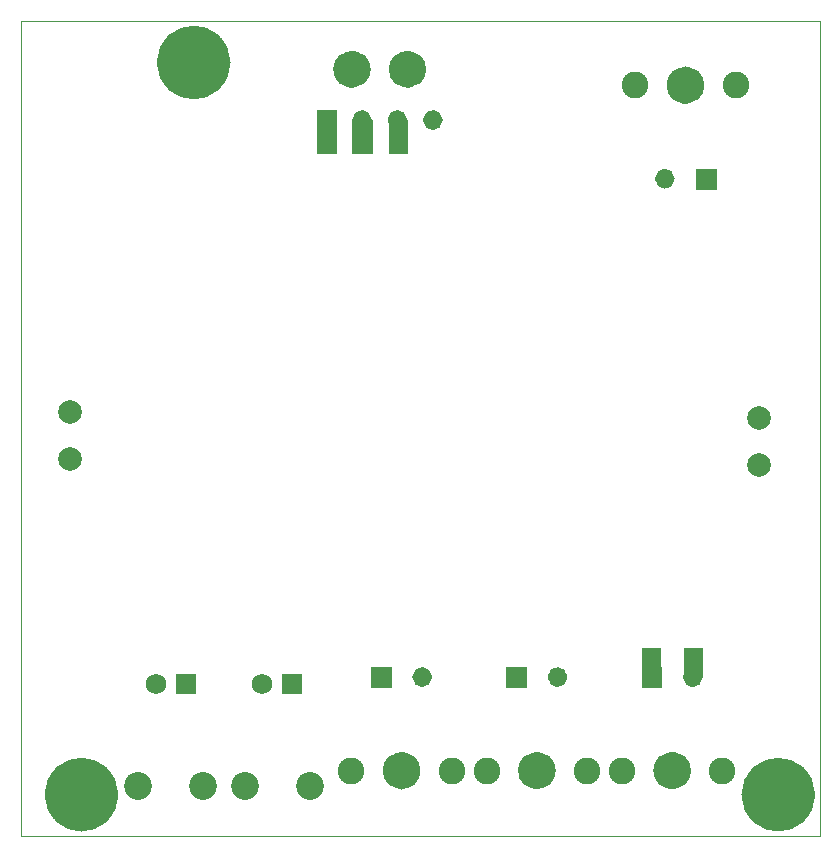
<source format=gbs>
%TF.GenerationSoftware,KiCad,Pcbnew,9.0.0*%
%TF.CreationDate,2026-02-04T15:59:28+07:00*%
%TF.ProjectId,Connector_Extension_Board_V1.0,436f6e6e-6563-4746-9f72-5f457874656e,rev?*%
%TF.SameCoordinates,Original*%
%TF.FileFunction,Soldermask,Bot*%
%TF.FilePolarity,Negative*%
%FSLAX46Y46*%
G04 Gerber Fmt 4.6, Leading zero omitted, Abs format (unit mm)*
G04 Created by KiCad (PCBNEW 9.0.0) date 2026-02-04 15:59:28*
%MOMM*%
%LPD*%
G01*
G04 APERTURE LIST*
%ADD10C,0.010000*%
%ADD11C,3.110399*%
%ADD12C,1.601200*%
%ADD13C,0.836200*%
%ADD14C,1.576200*%
%ADD15C,2.000000*%
%ADD16C,5.800000*%
%ADD17C,2.360000*%
%ADD18R,1.780000X1.780000*%
%ADD19C,1.750000*%
%ADD20C,3.050000*%
%ADD21C,2.260600*%
%ADD22C,3.000000*%
%TA.AperFunction,Profile*%
%ADD23C,0.100000*%
%TD*%
G04 APERTURE END LIST*
D10*
X126423900Y-57389800D02*
X128080100Y-57389800D01*
X128080100Y-60186000D01*
X126423900Y-60186000D01*
X126423900Y-57389800D01*
G36*
X126423900Y-57389800D02*
G01*
X128080100Y-57389800D01*
X128080100Y-60186000D01*
X126423900Y-60186000D01*
X126423900Y-57389800D01*
G37*
X123415800Y-57403600D02*
X125072000Y-57403600D01*
X125072000Y-60199800D01*
X123415800Y-60199800D01*
X123415800Y-57403600D01*
G36*
X123415800Y-57403600D02*
G01*
X125072000Y-57403600D01*
X125072000Y-60199800D01*
X123415800Y-60199800D01*
X123415800Y-57403600D01*
G37*
X154488900Y-102063600D02*
X156035100Y-102063600D01*
X156035100Y-104549800D01*
X154488900Y-104549800D01*
X154488900Y-102063600D01*
G36*
X154488900Y-102063600D02*
G01*
X156035100Y-102063600D01*
X156035100Y-104549800D01*
X154488900Y-104549800D01*
X154488900Y-102063600D01*
G37*
D11*
X105055199Y-114500000D02*
G75*
G02*
X101944801Y-114500000I-1555199J0D01*
G01*
X101944801Y-114500000D02*
G75*
G02*
X105055199Y-114500000I1555199J0D01*
G01*
X114555199Y-52510399D02*
G75*
G02*
X111444801Y-52510399I-1555199J0D01*
G01*
X111444801Y-52510399D02*
G75*
G02*
X114555199Y-52510399I1555199J0D01*
G01*
D10*
X150978900Y-102083600D02*
X152525100Y-102083600D01*
X152525100Y-104699800D01*
X150978900Y-104699800D01*
X150978900Y-102083600D01*
G36*
X150978900Y-102083600D02*
G01*
X152525100Y-102083600D01*
X152525100Y-104699800D01*
X150978900Y-104699800D01*
X150978900Y-102083600D01*
G37*
D11*
X164055199Y-114500000D02*
G75*
G02*
X160944801Y-114500000I-1555199J0D01*
G01*
X160944801Y-114500000D02*
G75*
G02*
X164055199Y-114500000I1555199J0D01*
G01*
D10*
X129533900Y-57389800D02*
X131080100Y-57389800D01*
X131080100Y-60186000D01*
X129533900Y-60186000D01*
X129533900Y-57389800D01*
G36*
X129533900Y-57389800D02*
G01*
X131080100Y-57389800D01*
X131080100Y-60186000D01*
X129533900Y-60186000D01*
X129533900Y-57389800D01*
G37*
D12*
X142858225Y-112459800D02*
G75*
G02*
X141257025Y-112459800I-800600J0D01*
G01*
X141257025Y-112459800D02*
G75*
G02*
X142858225Y-112459800I800600J0D01*
G01*
D13*
X144225725Y-104549800D02*
G75*
G02*
X143389525Y-104549800I-418100J0D01*
G01*
X143389525Y-104549800D02*
G75*
G02*
X144225725Y-104549800I418100J0D01*
G01*
D10*
X141143825Y-105386000D02*
X139471425Y-105386000D01*
X139471425Y-103713600D01*
X141143825Y-103713600D01*
X141143825Y-105386000D01*
G36*
X141143825Y-105386000D02*
G01*
X139471425Y-105386000D01*
X139471425Y-103713600D01*
X141143825Y-103713600D01*
X141143825Y-105386000D01*
G37*
D13*
X153310100Y-62349800D02*
G75*
G02*
X152473900Y-62349800I-418100J0D01*
G01*
X152473900Y-62349800D02*
G75*
G02*
X153310100Y-62349800I418100J0D01*
G01*
D12*
X155442600Y-54439800D02*
G75*
G02*
X153841400Y-54439800I-800600J0D01*
G01*
X153841400Y-54439800D02*
G75*
G02*
X155442600Y-54439800I800600J0D01*
G01*
D10*
X157228200Y-63186000D02*
X155555800Y-63186000D01*
X155555800Y-61513600D01*
X157228200Y-61513600D01*
X157228200Y-63186000D01*
G36*
X157228200Y-63186000D02*
G01*
X155555800Y-63186000D01*
X155555800Y-61513600D01*
X157228200Y-61513600D01*
X157228200Y-63186000D01*
G37*
D12*
X154312600Y-112459800D02*
G75*
G02*
X152711400Y-112459800I-800600J0D01*
G01*
X152711400Y-112459800D02*
G75*
G02*
X154312600Y-112459800I800600J0D01*
G01*
D13*
X155680100Y-104549800D02*
G75*
G02*
X154843900Y-104549800I-418100J0D01*
G01*
X154843900Y-104549800D02*
G75*
G02*
X155680100Y-104549800I418100J0D01*
G01*
D10*
X152598200Y-105386000D02*
X150925800Y-105386000D01*
X150925800Y-103713600D01*
X152598200Y-103713600D01*
X152598200Y-105386000D01*
G36*
X152598200Y-105386000D02*
G01*
X150925800Y-105386000D01*
X150925800Y-103713600D01*
X152598200Y-103713600D01*
X152598200Y-105386000D01*
G37*
D12*
X131403850Y-112459800D02*
G75*
G02*
X129802650Y-112459800I-800600J0D01*
G01*
X129802650Y-112459800D02*
G75*
G02*
X131403850Y-112459800I800600J0D01*
G01*
D13*
X132771350Y-104549800D02*
G75*
G02*
X131935150Y-104549800I-418100J0D01*
G01*
X131935150Y-104549800D02*
G75*
G02*
X132771350Y-104549800I418100J0D01*
G01*
D10*
X129689450Y-105386000D02*
X128017050Y-105386000D01*
X128017050Y-103713600D01*
X129689450Y-103713600D01*
X129689450Y-105386000D01*
G36*
X129689450Y-105386000D02*
G01*
X128017050Y-105386000D01*
X128017050Y-103713600D01*
X129689450Y-103713600D01*
X129689450Y-105386000D01*
G37*
D14*
X127190100Y-53089800D02*
G75*
G02*
X125613900Y-53089800I-788100J0D01*
G01*
X125613900Y-53089800D02*
G75*
G02*
X127190100Y-53089800I788100J0D01*
G01*
D13*
X127670100Y-57389800D02*
G75*
G02*
X126833900Y-57389800I-418100J0D01*
G01*
X126833900Y-57389800D02*
G75*
G02*
X127670100Y-57389800I418100J0D01*
G01*
X130670100Y-57389800D02*
G75*
G02*
X129833900Y-57389800I-418100J0D01*
G01*
X129833900Y-57389800D02*
G75*
G02*
X130670100Y-57389800I418100J0D01*
G01*
D14*
X131890100Y-53089800D02*
G75*
G02*
X130313900Y-53089800I-788100J0D01*
G01*
X130313900Y-53089800D02*
G75*
G02*
X131890100Y-53089800I788100J0D01*
G01*
D13*
X133670100Y-57389800D02*
G75*
G02*
X132833900Y-57389800I-418100J0D01*
G01*
X132833900Y-57389800D02*
G75*
G02*
X133670100Y-57389800I418100J0D01*
G01*
D10*
X125088200Y-58226000D02*
X123415800Y-58226000D01*
X123415800Y-56553600D01*
X125088200Y-56553600D01*
X125088200Y-58226000D01*
G36*
X125088200Y-58226000D02*
G01*
X123415800Y-58226000D01*
X123415800Y-56553600D01*
X125088200Y-56553600D01*
X125088200Y-58226000D01*
G37*
D15*
X102502000Y-86099800D03*
D16*
X103500000Y-114500000D03*
X162500000Y-114500000D03*
D17*
X122813875Y-113769050D03*
X117333875Y-113769050D03*
D18*
X121343875Y-105129050D03*
D19*
X118803875Y-105129050D03*
D15*
X160902000Y-86599800D03*
D20*
X142057625Y-112459800D03*
D21*
X137807625Y-112459800D03*
X146307625Y-112459800D03*
D16*
X113000000Y-52500000D03*
D20*
X154642000Y-54439800D03*
D21*
X158892000Y-54439800D03*
X150392000Y-54439800D03*
D15*
X160902000Y-82639800D03*
D20*
X153512000Y-112459800D03*
D21*
X149262000Y-112459800D03*
X157762000Y-112459800D03*
D20*
X130603250Y-112459800D03*
D21*
X126353250Y-112459800D03*
X134853250Y-112459800D03*
D17*
X113784500Y-113769050D03*
X108304500Y-113769050D03*
D18*
X112314500Y-105129050D03*
D19*
X109774500Y-105129050D03*
D15*
X102502000Y-82139800D03*
D22*
X131102000Y-53089800D03*
X126402000Y-53089800D03*
D23*
X98349000Y-49000000D02*
X166000000Y-49000000D01*
X166000000Y-118000000D01*
X98349000Y-118000000D01*
X98349000Y-49000000D01*
M02*

</source>
